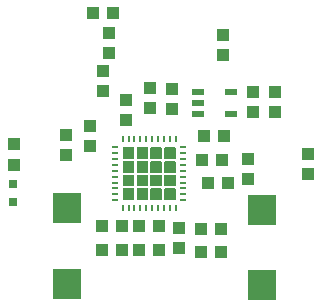
<source format=gbr>
G04 EAGLE Gerber RS-274X export*
G75*
%MOMM*%
%FSLAX34Y34*%
%LPD*%
%INSolderpaste Top*%
%IPPOS*%
%AMOC8*
5,1,8,0,0,1.08239X$1,22.5*%
G01*
%ADD10R,0.800000X0.800000*%
%ADD11R,1.100000X1.000000*%
%ADD12R,0.600000X0.250000*%
%ADD13R,0.250000X0.600000*%
%ADD14R,2.400000X2.600000*%
%ADD15R,1.000000X1.100000*%
%ADD16R,1.000000X0.600000*%

G36*
X332513Y356645D02*
X332513Y356645D01*
X332516Y356644D01*
X332599Y356681D01*
X333099Y357181D01*
X333101Y357184D01*
X333103Y357185D01*
X333136Y357270D01*
X333136Y365870D01*
X333135Y365873D01*
X333136Y365876D01*
X333099Y365959D01*
X332599Y366459D01*
X332596Y366461D01*
X332595Y366463D01*
X332510Y366496D01*
X323910Y366496D01*
X323907Y366495D01*
X323904Y366496D01*
X323821Y366459D01*
X323321Y365959D01*
X323320Y365956D01*
X323317Y365955D01*
X323284Y365870D01*
X323284Y357270D01*
X323285Y357267D01*
X323284Y357264D01*
X323321Y357181D01*
X323821Y356681D01*
X323824Y356680D01*
X323825Y356677D01*
X323910Y356644D01*
X332510Y356644D01*
X332513Y356645D01*
G37*
G36*
X355713Y356645D02*
X355713Y356645D01*
X355716Y356644D01*
X355799Y356681D01*
X356299Y357181D01*
X356301Y357184D01*
X356303Y357185D01*
X356336Y357270D01*
X356336Y365870D01*
X356335Y365873D01*
X356336Y365876D01*
X356299Y365959D01*
X355799Y366459D01*
X355796Y366461D01*
X355795Y366463D01*
X355710Y366496D01*
X347110Y366496D01*
X347107Y366495D01*
X347104Y366496D01*
X347021Y366459D01*
X346521Y365959D01*
X346520Y365956D01*
X346517Y365955D01*
X346484Y365870D01*
X346484Y357270D01*
X346485Y357267D01*
X346484Y357264D01*
X346521Y357181D01*
X347021Y356681D01*
X347024Y356680D01*
X347025Y356677D01*
X347110Y356644D01*
X355710Y356644D01*
X355713Y356645D01*
G37*
G36*
X344113Y356645D02*
X344113Y356645D01*
X344116Y356644D01*
X344199Y356681D01*
X344699Y357181D01*
X344701Y357184D01*
X344703Y357185D01*
X344736Y357270D01*
X344736Y365870D01*
X344735Y365873D01*
X344736Y365876D01*
X344699Y365959D01*
X344199Y366459D01*
X344196Y366461D01*
X344195Y366463D01*
X344110Y366496D01*
X335510Y366496D01*
X335507Y366495D01*
X335504Y366496D01*
X335421Y366459D01*
X334921Y365959D01*
X334920Y365956D01*
X334917Y365955D01*
X334884Y365870D01*
X334884Y357270D01*
X334885Y357267D01*
X334884Y357264D01*
X334921Y357181D01*
X335421Y356681D01*
X335424Y356680D01*
X335425Y356677D01*
X335510Y356644D01*
X344110Y356644D01*
X344113Y356645D01*
G37*
G36*
X320913Y356645D02*
X320913Y356645D01*
X320916Y356644D01*
X320999Y356681D01*
X321499Y357181D01*
X321501Y357184D01*
X321503Y357185D01*
X321536Y357270D01*
X321536Y365870D01*
X321535Y365873D01*
X321536Y365876D01*
X321499Y365959D01*
X320999Y366459D01*
X320996Y366461D01*
X320995Y366463D01*
X320910Y366496D01*
X312310Y366496D01*
X312307Y366495D01*
X312304Y366496D01*
X312221Y366459D01*
X311721Y365959D01*
X311720Y365956D01*
X311717Y365955D01*
X311684Y365870D01*
X311684Y357270D01*
X311685Y357267D01*
X311684Y357264D01*
X311721Y357181D01*
X312221Y356681D01*
X312224Y356680D01*
X312225Y356677D01*
X312310Y356644D01*
X320910Y356644D01*
X320913Y356645D01*
G37*
G36*
X332513Y345045D02*
X332513Y345045D01*
X332516Y345044D01*
X332599Y345081D01*
X333099Y345581D01*
X333101Y345584D01*
X333103Y345585D01*
X333136Y345670D01*
X333136Y354270D01*
X333135Y354273D01*
X333136Y354276D01*
X333099Y354359D01*
X332599Y354859D01*
X332596Y354861D01*
X332595Y354863D01*
X332510Y354896D01*
X323910Y354896D01*
X323907Y354895D01*
X323904Y354896D01*
X323821Y354859D01*
X323321Y354359D01*
X323320Y354356D01*
X323317Y354355D01*
X323284Y354270D01*
X323284Y345670D01*
X323285Y345667D01*
X323284Y345664D01*
X323321Y345581D01*
X323821Y345081D01*
X323824Y345080D01*
X323825Y345077D01*
X323910Y345044D01*
X332510Y345044D01*
X332513Y345045D01*
G37*
G36*
X320913Y345045D02*
X320913Y345045D01*
X320916Y345044D01*
X320999Y345081D01*
X321499Y345581D01*
X321501Y345584D01*
X321503Y345585D01*
X321536Y345670D01*
X321536Y354270D01*
X321535Y354273D01*
X321536Y354276D01*
X321499Y354359D01*
X320999Y354859D01*
X320996Y354861D01*
X320995Y354863D01*
X320910Y354896D01*
X312310Y354896D01*
X312307Y354895D01*
X312304Y354896D01*
X312221Y354859D01*
X311721Y354359D01*
X311720Y354356D01*
X311717Y354355D01*
X311684Y354270D01*
X311684Y345670D01*
X311685Y345667D01*
X311684Y345664D01*
X311721Y345581D01*
X312221Y345081D01*
X312224Y345080D01*
X312225Y345077D01*
X312310Y345044D01*
X320910Y345044D01*
X320913Y345045D01*
G37*
G36*
X355713Y345045D02*
X355713Y345045D01*
X355716Y345044D01*
X355799Y345081D01*
X356299Y345581D01*
X356301Y345584D01*
X356303Y345585D01*
X356336Y345670D01*
X356336Y354270D01*
X356335Y354273D01*
X356336Y354276D01*
X356299Y354359D01*
X355799Y354859D01*
X355796Y354861D01*
X355795Y354863D01*
X355710Y354896D01*
X347110Y354896D01*
X347107Y354895D01*
X347104Y354896D01*
X347021Y354859D01*
X346521Y354359D01*
X346520Y354356D01*
X346517Y354355D01*
X346484Y354270D01*
X346484Y345670D01*
X346485Y345667D01*
X346484Y345664D01*
X346521Y345581D01*
X347021Y345081D01*
X347024Y345080D01*
X347025Y345077D01*
X347110Y345044D01*
X355710Y345044D01*
X355713Y345045D01*
G37*
G36*
X344113Y345045D02*
X344113Y345045D01*
X344116Y345044D01*
X344199Y345081D01*
X344699Y345581D01*
X344701Y345584D01*
X344703Y345585D01*
X344736Y345670D01*
X344736Y354270D01*
X344735Y354273D01*
X344736Y354276D01*
X344699Y354359D01*
X344199Y354859D01*
X344196Y354861D01*
X344195Y354863D01*
X344110Y354896D01*
X335510Y354896D01*
X335507Y354895D01*
X335504Y354896D01*
X335421Y354859D01*
X334921Y354359D01*
X334920Y354356D01*
X334917Y354355D01*
X334884Y354270D01*
X334884Y345670D01*
X334885Y345667D01*
X334884Y345664D01*
X334921Y345581D01*
X335421Y345081D01*
X335424Y345080D01*
X335425Y345077D01*
X335510Y345044D01*
X344110Y345044D01*
X344113Y345045D01*
G37*
G36*
X320913Y333445D02*
X320913Y333445D01*
X320916Y333444D01*
X320999Y333481D01*
X321499Y333981D01*
X321501Y333984D01*
X321503Y333985D01*
X321536Y334070D01*
X321536Y342670D01*
X321535Y342673D01*
X321536Y342676D01*
X321499Y342759D01*
X320999Y343259D01*
X320996Y343261D01*
X320995Y343263D01*
X320910Y343296D01*
X312310Y343296D01*
X312307Y343295D01*
X312304Y343296D01*
X312221Y343259D01*
X311721Y342759D01*
X311720Y342756D01*
X311717Y342755D01*
X311684Y342670D01*
X311684Y334070D01*
X311685Y334067D01*
X311684Y334064D01*
X311721Y333981D01*
X312221Y333481D01*
X312224Y333480D01*
X312225Y333477D01*
X312310Y333444D01*
X320910Y333444D01*
X320913Y333445D01*
G37*
G36*
X344113Y333445D02*
X344113Y333445D01*
X344116Y333444D01*
X344199Y333481D01*
X344699Y333981D01*
X344701Y333984D01*
X344703Y333985D01*
X344736Y334070D01*
X344736Y342670D01*
X344735Y342673D01*
X344736Y342676D01*
X344699Y342759D01*
X344199Y343259D01*
X344196Y343261D01*
X344195Y343263D01*
X344110Y343296D01*
X335510Y343296D01*
X335507Y343295D01*
X335504Y343296D01*
X335421Y343259D01*
X334921Y342759D01*
X334920Y342756D01*
X334917Y342755D01*
X334884Y342670D01*
X334884Y334070D01*
X334885Y334067D01*
X334884Y334064D01*
X334921Y333981D01*
X335421Y333481D01*
X335424Y333480D01*
X335425Y333477D01*
X335510Y333444D01*
X344110Y333444D01*
X344113Y333445D01*
G37*
G36*
X355713Y333445D02*
X355713Y333445D01*
X355716Y333444D01*
X355799Y333481D01*
X356299Y333981D01*
X356301Y333984D01*
X356303Y333985D01*
X356336Y334070D01*
X356336Y342670D01*
X356335Y342673D01*
X356336Y342676D01*
X356299Y342759D01*
X355799Y343259D01*
X355796Y343261D01*
X355795Y343263D01*
X355710Y343296D01*
X347110Y343296D01*
X347107Y343295D01*
X347104Y343296D01*
X347021Y343259D01*
X346521Y342759D01*
X346520Y342756D01*
X346517Y342755D01*
X346484Y342670D01*
X346484Y334070D01*
X346485Y334067D01*
X346484Y334064D01*
X346521Y333981D01*
X347021Y333481D01*
X347024Y333480D01*
X347025Y333477D01*
X347110Y333444D01*
X355710Y333444D01*
X355713Y333445D01*
G37*
G36*
X332513Y333445D02*
X332513Y333445D01*
X332516Y333444D01*
X332599Y333481D01*
X333099Y333981D01*
X333101Y333984D01*
X333103Y333985D01*
X333136Y334070D01*
X333136Y342670D01*
X333135Y342673D01*
X333136Y342676D01*
X333099Y342759D01*
X332599Y343259D01*
X332596Y343261D01*
X332595Y343263D01*
X332510Y343296D01*
X323910Y343296D01*
X323907Y343295D01*
X323904Y343296D01*
X323821Y343259D01*
X323321Y342759D01*
X323320Y342756D01*
X323317Y342755D01*
X323284Y342670D01*
X323284Y334070D01*
X323285Y334067D01*
X323284Y334064D01*
X323321Y333981D01*
X323821Y333481D01*
X323824Y333480D01*
X323825Y333477D01*
X323910Y333444D01*
X332510Y333444D01*
X332513Y333445D01*
G37*
G36*
X320913Y321845D02*
X320913Y321845D01*
X320916Y321844D01*
X320999Y321881D01*
X321499Y322381D01*
X321501Y322384D01*
X321503Y322385D01*
X321536Y322470D01*
X321536Y331070D01*
X321535Y331073D01*
X321536Y331076D01*
X321499Y331159D01*
X320999Y331659D01*
X320996Y331661D01*
X320995Y331663D01*
X320910Y331696D01*
X312310Y331696D01*
X312307Y331695D01*
X312304Y331696D01*
X312221Y331659D01*
X311721Y331159D01*
X311720Y331156D01*
X311717Y331155D01*
X311684Y331070D01*
X311684Y322470D01*
X311685Y322467D01*
X311684Y322464D01*
X311721Y322381D01*
X312221Y321881D01*
X312224Y321880D01*
X312225Y321877D01*
X312310Y321844D01*
X320910Y321844D01*
X320913Y321845D01*
G37*
G36*
X355713Y321845D02*
X355713Y321845D01*
X355716Y321844D01*
X355799Y321881D01*
X356299Y322381D01*
X356301Y322384D01*
X356303Y322385D01*
X356336Y322470D01*
X356336Y331070D01*
X356335Y331073D01*
X356336Y331076D01*
X356299Y331159D01*
X355799Y331659D01*
X355796Y331661D01*
X355795Y331663D01*
X355710Y331696D01*
X347110Y331696D01*
X347107Y331695D01*
X347104Y331696D01*
X347021Y331659D01*
X346521Y331159D01*
X346520Y331156D01*
X346517Y331155D01*
X346484Y331070D01*
X346484Y322470D01*
X346485Y322467D01*
X346484Y322464D01*
X346521Y322381D01*
X347021Y321881D01*
X347024Y321880D01*
X347025Y321877D01*
X347110Y321844D01*
X355710Y321844D01*
X355713Y321845D01*
G37*
G36*
X344113Y321845D02*
X344113Y321845D01*
X344116Y321844D01*
X344199Y321881D01*
X344699Y322381D01*
X344701Y322384D01*
X344703Y322385D01*
X344736Y322470D01*
X344736Y331070D01*
X344735Y331073D01*
X344736Y331076D01*
X344699Y331159D01*
X344199Y331659D01*
X344196Y331661D01*
X344195Y331663D01*
X344110Y331696D01*
X335510Y331696D01*
X335507Y331695D01*
X335504Y331696D01*
X335421Y331659D01*
X334921Y331159D01*
X334920Y331156D01*
X334917Y331155D01*
X334884Y331070D01*
X334884Y322470D01*
X334885Y322467D01*
X334884Y322464D01*
X334921Y322381D01*
X335421Y321881D01*
X335424Y321880D01*
X335425Y321877D01*
X335510Y321844D01*
X344110Y321844D01*
X344113Y321845D01*
G37*
G36*
X332513Y321845D02*
X332513Y321845D01*
X332516Y321844D01*
X332599Y321881D01*
X333099Y322381D01*
X333101Y322384D01*
X333103Y322385D01*
X333136Y322470D01*
X333136Y331070D01*
X333135Y331073D01*
X333136Y331076D01*
X333099Y331159D01*
X332599Y331659D01*
X332596Y331661D01*
X332595Y331663D01*
X332510Y331696D01*
X323910Y331696D01*
X323907Y331695D01*
X323904Y331696D01*
X323821Y331659D01*
X323321Y331159D01*
X323320Y331156D01*
X323317Y331155D01*
X323284Y331070D01*
X323284Y322470D01*
X323285Y322467D01*
X323284Y322464D01*
X323321Y322381D01*
X323821Y321881D01*
X323824Y321880D01*
X323825Y321877D01*
X323910Y321844D01*
X332510Y321844D01*
X332513Y321845D01*
G37*
D10*
X218789Y335206D03*
X218789Y320206D03*
D11*
X468139Y344111D03*
X468139Y361111D03*
X219698Y351974D03*
X219698Y368974D03*
D12*
X305010Y366670D03*
X305010Y361670D03*
X305010Y356670D03*
X305010Y351670D03*
X305010Y346670D03*
X305010Y341670D03*
X305010Y336670D03*
X305010Y331670D03*
X305010Y326670D03*
X305010Y321670D03*
D13*
X311510Y315170D03*
X316510Y315170D03*
X321510Y315170D03*
X326510Y315170D03*
X331510Y315170D03*
X336510Y315170D03*
X341510Y315170D03*
X346510Y315170D03*
X351510Y315170D03*
X356510Y315170D03*
D12*
X363010Y321670D03*
X363010Y326670D03*
X363010Y331670D03*
X363010Y336670D03*
X363010Y341670D03*
X363010Y346670D03*
X363010Y351670D03*
X363010Y356670D03*
X363010Y361670D03*
X363010Y366670D03*
D13*
X356510Y373170D03*
X351510Y373170D03*
X346510Y373170D03*
X341510Y373170D03*
X336510Y373170D03*
X331510Y373170D03*
X326510Y373170D03*
X321510Y373170D03*
X316510Y373170D03*
X311510Y373170D03*
D14*
X429260Y249690D03*
X429260Y313690D03*
D11*
X394580Y278130D03*
X377580Y278130D03*
X394580Y297180D03*
X377580Y297180D03*
D14*
X264160Y315210D03*
X264160Y251210D03*
D11*
X310760Y299720D03*
X293760Y299720D03*
X310760Y279400D03*
X293760Y279400D03*
D15*
X283864Y367617D03*
X283864Y384617D03*
D11*
X263944Y359669D03*
X263944Y376669D03*
D15*
X359410Y298060D03*
X359410Y281060D03*
X353536Y398853D03*
X353536Y415853D03*
X334804Y399646D03*
X334804Y416646D03*
D11*
X325510Y279400D03*
X342510Y279400D03*
X325510Y299720D03*
X342510Y299720D03*
D15*
X314643Y389804D03*
X314643Y406804D03*
X295256Y431220D03*
X295256Y414220D03*
D11*
X380120Y375920D03*
X397120Y375920D03*
X378533Y355600D03*
X395533Y355600D03*
D15*
X417830Y339480D03*
X417830Y356480D03*
X396240Y461890D03*
X396240Y444890D03*
D11*
X383930Y336233D03*
X400930Y336233D03*
D16*
X375664Y413360D03*
X375664Y403860D03*
X375664Y394360D03*
X403164Y394360D03*
X403164Y413360D03*
D15*
X440690Y413630D03*
X440690Y396630D03*
X421640Y413630D03*
X421640Y396630D03*
X300025Y463693D03*
X300025Y446693D03*
D11*
X303153Y479895D03*
X286153Y479895D03*
M02*

</source>
